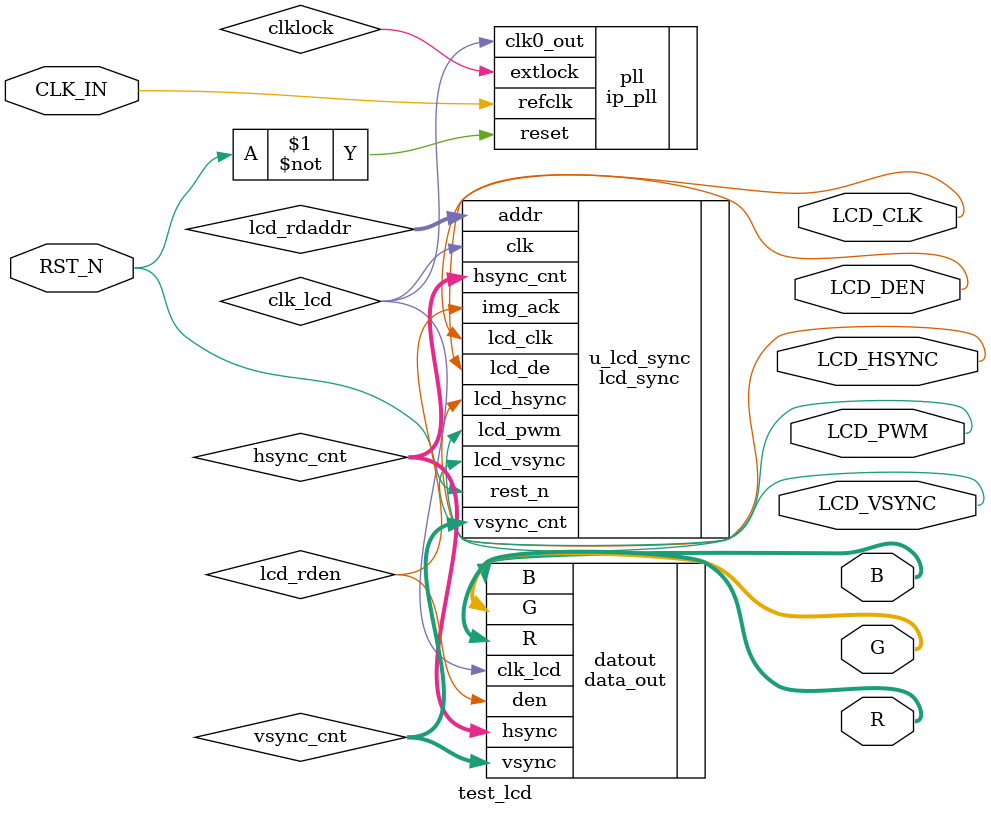
<source format=v>

module test_lcd
(
	input wire CLK_IN,
	input wire RST_N,
	output wire [0:7] R,
	output wire [0:7] G,
	output wire [0:7] B,
	output wire LCD_CLK,
	output wire LCD_HSYNC,
	output wire LCD_VSYNC,
	output wire LCD_DEN,
	output wire LCD_PWM		//backlight,set to high
);
	wire clk_lcd;
	wire clklock;
	wire [10:0] hsync;
	wire [10:0] vsync;

	ip_pll pll
	(
		.refclk		(CLK_IN),
		.reset		(~RST_N),
		.extlock		(clklock),
		.clk0_out	(clk_lcd)
	);
	
	//lcd display
	wire [10:0] hsync_cnt;
	wire [10:0] vsync_cnt;
	wire lcd_rden;
	wire [15:0]lcd_rddat;	//lcd read
	wire [15:0]lcd_rdaddr;
	
	lcd_sync 
	#(
		.IMG_W(800),
		.IMG_H(480),
		.IMG_X(0),
		.IMG_Y(0)
	)
	u_lcd_sync
	(
  		.clk			(clk_lcd),
  		.rest_n		(RST_N),
		.lcd_clk		(LCD_CLK),
		.lcd_pwm		(LCD_PWM),
  		.lcd_hsync	(LCD_HSYNC), 
  		.lcd_vsync	(LCD_VSYNC), 
  		.lcd_de		(LCD_DEN),
  		.hsync_cnt	(hsync_cnt),
  		.vsync_cnt	(vsync_cnt),
		.img_ack		(lcd_rden),
		.addr		(lcd_rdaddr)
  	);

 	data_out datout
	(	
		.clk_lcd		(clk_lcd), 
		.R			(R),
		.G			(G),
		.B			(B),
		.den			(lcd_rden),
		.hsync		(hsync_cnt),
		.vsync		(vsync_cnt)
	);

endmodule

</source>
